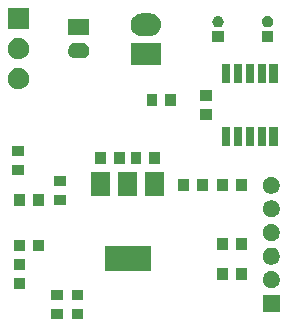
<source format=gts>
G04 #@! TF.GenerationSoftware,KiCad,Pcbnew,(5.1.6)-1*
G04 #@! TF.CreationDate,2020-09-12T19:57:54+12:00*
G04 #@! TF.ProjectId,ESPAnt,45535041-6e74-42e6-9b69-6361645f7063,rev?*
G04 #@! TF.SameCoordinates,PX42c1d80PY8f0d180*
G04 #@! TF.FileFunction,Soldermask,Top*
G04 #@! TF.FilePolarity,Negative*
%FSLAX46Y46*%
G04 Gerber Fmt 4.6, Leading zero omitted, Abs format (unit mm)*
G04 Created by KiCad (PCBNEW (5.1.6)-1) date 2020-09-12 19:57:54*
%MOMM*%
%LPD*%
G01*
G04 APERTURE LIST*
%ADD10C,0.150000*%
G04 APERTURE END LIST*
D10*
G36*
X9601000Y7449000D02*
G01*
X8599000Y7449000D01*
X8599000Y8351000D01*
X9601000Y8351000D01*
X9601000Y7449000D01*
G37*
G36*
X7901000Y7449000D02*
G01*
X6899000Y7449000D01*
X6899000Y8351000D01*
X7901000Y8351000D01*
X7901000Y7449000D01*
G37*
G36*
X26226000Y8074000D02*
G01*
X24774000Y8074000D01*
X24774000Y9526000D01*
X26226000Y9526000D01*
X26226000Y8074000D01*
G37*
G36*
X9601000Y9049000D02*
G01*
X8599000Y9049000D01*
X8599000Y9951000D01*
X9601000Y9951000D01*
X9601000Y9049000D01*
G37*
G36*
X7901000Y9049000D02*
G01*
X6899000Y9049000D01*
X6899000Y9951000D01*
X7901000Y9951000D01*
X7901000Y9049000D01*
G37*
G36*
X4701000Y10049000D02*
G01*
X3699000Y10049000D01*
X3699000Y10951000D01*
X4701000Y10951000D01*
X4701000Y10049000D01*
G37*
G36*
X25711766Y11498101D02*
G01*
X25843888Y11443374D01*
X25843890Y11443373D01*
X25962798Y11363921D01*
X26063921Y11262798D01*
X26063922Y11262796D01*
X26143374Y11143888D01*
X26198101Y11011766D01*
X26226000Y10871506D01*
X26226000Y10728494D01*
X26198101Y10588234D01*
X26143374Y10456112D01*
X26143373Y10456110D01*
X26063921Y10337202D01*
X25962798Y10236079D01*
X25843890Y10156627D01*
X25843889Y10156626D01*
X25843888Y10156626D01*
X25711766Y10101899D01*
X25571506Y10074000D01*
X25428494Y10074000D01*
X25288234Y10101899D01*
X25156112Y10156626D01*
X25156111Y10156626D01*
X25156110Y10156627D01*
X25037202Y10236079D01*
X24936079Y10337202D01*
X24856627Y10456110D01*
X24856626Y10456112D01*
X24801899Y10588234D01*
X24774000Y10728494D01*
X24774000Y10871506D01*
X24801899Y11011766D01*
X24856626Y11143888D01*
X24936078Y11262796D01*
X24936079Y11262798D01*
X25037202Y11363921D01*
X25156110Y11443373D01*
X25156112Y11443374D01*
X25288234Y11498101D01*
X25428494Y11526000D01*
X25571506Y11526000D01*
X25711766Y11498101D01*
G37*
G36*
X21851000Y10799000D02*
G01*
X20949000Y10799000D01*
X20949000Y11801000D01*
X21851000Y11801000D01*
X21851000Y10799000D01*
G37*
G36*
X23451000Y10799000D02*
G01*
X22549000Y10799000D01*
X22549000Y11801000D01*
X23451000Y11801000D01*
X23451000Y10799000D01*
G37*
G36*
X15301000Y11549000D02*
G01*
X11399000Y11549000D01*
X11399000Y13651000D01*
X15301000Y13651000D01*
X15301000Y11549000D01*
G37*
G36*
X4701000Y11649000D02*
G01*
X3699000Y11649000D01*
X3699000Y12551000D01*
X4701000Y12551000D01*
X4701000Y11649000D01*
G37*
G36*
X25711766Y13498101D02*
G01*
X25843888Y13443374D01*
X25843890Y13443373D01*
X25962798Y13363921D01*
X26063921Y13262798D01*
X26143373Y13143890D01*
X26143374Y13143888D01*
X26198101Y13011766D01*
X26226000Y12871506D01*
X26226000Y12728494D01*
X26198101Y12588234D01*
X26143374Y12456112D01*
X26143373Y12456110D01*
X26063921Y12337202D01*
X25962798Y12236079D01*
X25843890Y12156627D01*
X25843889Y12156626D01*
X25843888Y12156626D01*
X25711766Y12101899D01*
X25571506Y12074000D01*
X25428494Y12074000D01*
X25288234Y12101899D01*
X25156112Y12156626D01*
X25156111Y12156626D01*
X25156110Y12156627D01*
X25037202Y12236079D01*
X24936079Y12337202D01*
X24856627Y12456110D01*
X24856626Y12456112D01*
X24801899Y12588234D01*
X24774000Y12728494D01*
X24774000Y12871506D01*
X24801899Y13011766D01*
X24856626Y13143888D01*
X24856627Y13143890D01*
X24936079Y13262798D01*
X25037202Y13363921D01*
X25156110Y13443373D01*
X25156112Y13443374D01*
X25288234Y13498101D01*
X25428494Y13526000D01*
X25571506Y13526000D01*
X25711766Y13498101D01*
G37*
G36*
X6251000Y13199000D02*
G01*
X5349000Y13199000D01*
X5349000Y14201000D01*
X6251000Y14201000D01*
X6251000Y13199000D01*
G37*
G36*
X4651000Y13199000D02*
G01*
X3749000Y13199000D01*
X3749000Y14201000D01*
X4651000Y14201000D01*
X4651000Y13199000D01*
G37*
G36*
X23451000Y13299000D02*
G01*
X22549000Y13299000D01*
X22549000Y14301000D01*
X23451000Y14301000D01*
X23451000Y13299000D01*
G37*
G36*
X21851000Y13299000D02*
G01*
X20949000Y13299000D01*
X20949000Y14301000D01*
X21851000Y14301000D01*
X21851000Y13299000D01*
G37*
G36*
X25711766Y15498101D02*
G01*
X25843888Y15443374D01*
X25843890Y15443373D01*
X25962798Y15363921D01*
X26063921Y15262798D01*
X26063922Y15262796D01*
X26143374Y15143888D01*
X26198101Y15011766D01*
X26226000Y14871506D01*
X26226000Y14728494D01*
X26198101Y14588234D01*
X26143374Y14456112D01*
X26143373Y14456110D01*
X26063921Y14337202D01*
X25962798Y14236079D01*
X25843890Y14156627D01*
X25843889Y14156626D01*
X25843888Y14156626D01*
X25711766Y14101899D01*
X25571506Y14074000D01*
X25428494Y14074000D01*
X25288234Y14101899D01*
X25156112Y14156626D01*
X25156111Y14156626D01*
X25156110Y14156627D01*
X25037202Y14236079D01*
X24936079Y14337202D01*
X24856627Y14456110D01*
X24856626Y14456112D01*
X24801899Y14588234D01*
X24774000Y14728494D01*
X24774000Y14871506D01*
X24801899Y15011766D01*
X24856626Y15143888D01*
X24936078Y15262796D01*
X24936079Y15262798D01*
X25037202Y15363921D01*
X25156110Y15443373D01*
X25156112Y15443374D01*
X25288234Y15498101D01*
X25428494Y15526000D01*
X25571506Y15526000D01*
X25711766Y15498101D01*
G37*
G36*
X25711766Y17498101D02*
G01*
X25843888Y17443374D01*
X25843890Y17443373D01*
X25962798Y17363921D01*
X26063921Y17262798D01*
X26063922Y17262796D01*
X26143374Y17143888D01*
X26198101Y17011766D01*
X26226000Y16871506D01*
X26226000Y16728494D01*
X26198101Y16588234D01*
X26143374Y16456112D01*
X26143373Y16456110D01*
X26063921Y16337202D01*
X25962798Y16236079D01*
X25843890Y16156627D01*
X25843889Y16156626D01*
X25843888Y16156626D01*
X25711766Y16101899D01*
X25571506Y16074000D01*
X25428494Y16074000D01*
X25288234Y16101899D01*
X25156112Y16156626D01*
X25156111Y16156626D01*
X25156110Y16156627D01*
X25037202Y16236079D01*
X24936079Y16337202D01*
X24856627Y16456110D01*
X24856626Y16456112D01*
X24801899Y16588234D01*
X24774000Y16728494D01*
X24774000Y16871506D01*
X24801899Y17011766D01*
X24856626Y17143888D01*
X24936078Y17262796D01*
X24936079Y17262798D01*
X25037202Y17363921D01*
X25156110Y17443373D01*
X25156112Y17443374D01*
X25288234Y17498101D01*
X25428494Y17526000D01*
X25571506Y17526000D01*
X25711766Y17498101D01*
G37*
G36*
X4651000Y17049000D02*
G01*
X3749000Y17049000D01*
X3749000Y18051000D01*
X4651000Y18051000D01*
X4651000Y17049000D01*
G37*
G36*
X6251000Y17049000D02*
G01*
X5349000Y17049000D01*
X5349000Y18051000D01*
X6251000Y18051000D01*
X6251000Y17049000D01*
G37*
G36*
X8101000Y17099000D02*
G01*
X7099000Y17099000D01*
X7099000Y18001000D01*
X8101000Y18001000D01*
X8101000Y17099000D01*
G37*
G36*
X16451000Y17849000D02*
G01*
X14849000Y17849000D01*
X14849000Y19951000D01*
X16451000Y19951000D01*
X16451000Y17849000D01*
G37*
G36*
X14151000Y17849000D02*
G01*
X12549000Y17849000D01*
X12549000Y19951000D01*
X14151000Y19951000D01*
X14151000Y17849000D01*
G37*
G36*
X11851000Y17849000D02*
G01*
X10249000Y17849000D01*
X10249000Y19951000D01*
X11851000Y19951000D01*
X11851000Y17849000D01*
G37*
G36*
X25711766Y19498101D02*
G01*
X25843888Y19443374D01*
X25843890Y19443373D01*
X25962798Y19363921D01*
X26063921Y19262798D01*
X26063922Y19262796D01*
X26143374Y19143888D01*
X26198101Y19011766D01*
X26226000Y18871506D01*
X26226000Y18728494D01*
X26198101Y18588234D01*
X26143374Y18456112D01*
X26143373Y18456110D01*
X26063921Y18337202D01*
X25962798Y18236079D01*
X25843890Y18156627D01*
X25843889Y18156626D01*
X25843888Y18156626D01*
X25711766Y18101899D01*
X25571506Y18074000D01*
X25428494Y18074000D01*
X25288234Y18101899D01*
X25156112Y18156626D01*
X25156111Y18156626D01*
X25156110Y18156627D01*
X25037202Y18236079D01*
X24936079Y18337202D01*
X24856627Y18456110D01*
X24856626Y18456112D01*
X24801899Y18588234D01*
X24774000Y18728494D01*
X24774000Y18871506D01*
X24801899Y19011766D01*
X24856626Y19143888D01*
X24936078Y19262796D01*
X24936079Y19262798D01*
X25037202Y19363921D01*
X25156110Y19443373D01*
X25156112Y19443374D01*
X25288234Y19498101D01*
X25428494Y19526000D01*
X25571506Y19526000D01*
X25711766Y19498101D01*
G37*
G36*
X21851000Y18299000D02*
G01*
X20949000Y18299000D01*
X20949000Y19301000D01*
X21851000Y19301000D01*
X21851000Y18299000D01*
G37*
G36*
X20151000Y18299000D02*
G01*
X19249000Y18299000D01*
X19249000Y19301000D01*
X20151000Y19301000D01*
X20151000Y18299000D01*
G37*
G36*
X18551000Y18299000D02*
G01*
X17649000Y18299000D01*
X17649000Y19301000D01*
X18551000Y19301000D01*
X18551000Y18299000D01*
G37*
G36*
X23451000Y18299000D02*
G01*
X22549000Y18299000D01*
X22549000Y19301000D01*
X23451000Y19301000D01*
X23451000Y18299000D01*
G37*
G36*
X8101000Y18699000D02*
G01*
X7099000Y18699000D01*
X7099000Y19601000D01*
X8101000Y19601000D01*
X8101000Y18699000D01*
G37*
G36*
X4601000Y19649000D02*
G01*
X3599000Y19649000D01*
X3599000Y20551000D01*
X4601000Y20551000D01*
X4601000Y19649000D01*
G37*
G36*
X11501000Y20599000D02*
G01*
X10599000Y20599000D01*
X10599000Y21601000D01*
X11501000Y21601000D01*
X11501000Y20599000D01*
G37*
G36*
X13101000Y20599000D02*
G01*
X12199000Y20599000D01*
X12199000Y21601000D01*
X13101000Y21601000D01*
X13101000Y20599000D01*
G37*
G36*
X14501000Y20599000D02*
G01*
X13599000Y20599000D01*
X13599000Y21601000D01*
X14501000Y21601000D01*
X14501000Y20599000D01*
G37*
G36*
X16101000Y20599000D02*
G01*
X15199000Y20599000D01*
X15199000Y21601000D01*
X16101000Y21601000D01*
X16101000Y20599000D01*
G37*
G36*
X4601000Y21249000D02*
G01*
X3599000Y21249000D01*
X3599000Y22151000D01*
X4601000Y22151000D01*
X4601000Y21249000D01*
G37*
G36*
X25051000Y22139000D02*
G01*
X24349000Y22139000D01*
X24349000Y23741000D01*
X25051000Y23741000D01*
X25051000Y22139000D01*
G37*
G36*
X24051000Y22139000D02*
G01*
X23349000Y22139000D01*
X23349000Y23741000D01*
X24051000Y23741000D01*
X24051000Y22139000D01*
G37*
G36*
X23051000Y22139000D02*
G01*
X22349000Y22139000D01*
X22349000Y23741000D01*
X23051000Y23741000D01*
X23051000Y22139000D01*
G37*
G36*
X22051000Y22139000D02*
G01*
X21349000Y22139000D01*
X21349000Y23741000D01*
X22051000Y23741000D01*
X22051000Y22139000D01*
G37*
G36*
X26051000Y22139000D02*
G01*
X25349000Y22139000D01*
X25349000Y23741000D01*
X26051000Y23741000D01*
X26051000Y22139000D01*
G37*
G36*
X20501000Y24349000D02*
G01*
X19499000Y24349000D01*
X19499000Y25251000D01*
X20501000Y25251000D01*
X20501000Y24349000D01*
G37*
G36*
X17451000Y25549000D02*
G01*
X16549000Y25549000D01*
X16549000Y26551000D01*
X17451000Y26551000D01*
X17451000Y25549000D01*
G37*
G36*
X15851000Y25549000D02*
G01*
X14949000Y25549000D01*
X14949000Y26551000D01*
X15851000Y26551000D01*
X15851000Y25549000D01*
G37*
G36*
X20501000Y25949000D02*
G01*
X19499000Y25949000D01*
X19499000Y26851000D01*
X20501000Y26851000D01*
X20501000Y25949000D01*
G37*
G36*
X4213512Y28716073D02*
G01*
X4362812Y28686376D01*
X4526784Y28618456D01*
X4674354Y28519853D01*
X4799853Y28394354D01*
X4898456Y28246784D01*
X4966376Y28082812D01*
X5001000Y27908741D01*
X5001000Y27731259D01*
X4966376Y27557188D01*
X4898456Y27393216D01*
X4799853Y27245646D01*
X4674354Y27120147D01*
X4526784Y27021544D01*
X4362812Y26953624D01*
X4213512Y26923927D01*
X4188742Y26919000D01*
X4011258Y26919000D01*
X3986488Y26923927D01*
X3837188Y26953624D01*
X3673216Y27021544D01*
X3525646Y27120147D01*
X3400147Y27245646D01*
X3301544Y27393216D01*
X3233624Y27557188D01*
X3199000Y27731259D01*
X3199000Y27908741D01*
X3233624Y28082812D01*
X3301544Y28246784D01*
X3400147Y28394354D01*
X3525646Y28519853D01*
X3673216Y28618456D01*
X3837188Y28686376D01*
X3986488Y28716073D01*
X4011258Y28721000D01*
X4188742Y28721000D01*
X4213512Y28716073D01*
G37*
G36*
X26051000Y27459000D02*
G01*
X25349000Y27459000D01*
X25349000Y29061000D01*
X26051000Y29061000D01*
X26051000Y27459000D01*
G37*
G36*
X22051000Y27459000D02*
G01*
X21349000Y27459000D01*
X21349000Y29061000D01*
X22051000Y29061000D01*
X22051000Y27459000D01*
G37*
G36*
X23051000Y27459000D02*
G01*
X22349000Y27459000D01*
X22349000Y29061000D01*
X23051000Y29061000D01*
X23051000Y27459000D01*
G37*
G36*
X24051000Y27459000D02*
G01*
X23349000Y27459000D01*
X23349000Y29061000D01*
X24051000Y29061000D01*
X24051000Y27459000D01*
G37*
G36*
X25051000Y27459000D02*
G01*
X24349000Y27459000D01*
X24349000Y29061000D01*
X25051000Y29061000D01*
X25051000Y27459000D01*
G37*
G36*
X16201000Y28949000D02*
G01*
X13599000Y28949000D01*
X13599000Y30851000D01*
X16201000Y30851000D01*
X16201000Y28949000D01*
G37*
G36*
X4213512Y31256073D02*
G01*
X4362812Y31226376D01*
X4526784Y31158456D01*
X4674354Y31059853D01*
X4799853Y30934354D01*
X4898456Y30786784D01*
X4966376Y30622812D01*
X5001000Y30448741D01*
X5001000Y30271259D01*
X4966376Y30097188D01*
X4898456Y29933216D01*
X4799853Y29785646D01*
X4674354Y29660147D01*
X4526784Y29561544D01*
X4362812Y29493624D01*
X4213512Y29463927D01*
X4188742Y29459000D01*
X4011258Y29459000D01*
X3986488Y29463927D01*
X3837188Y29493624D01*
X3673216Y29561544D01*
X3525646Y29660147D01*
X3400147Y29785646D01*
X3301544Y29933216D01*
X3233624Y30097188D01*
X3199000Y30271259D01*
X3199000Y30448741D01*
X3233624Y30622812D01*
X3301544Y30786784D01*
X3400147Y30934354D01*
X3525646Y31059853D01*
X3673216Y31158456D01*
X3837188Y31226376D01*
X3986488Y31256073D01*
X4011258Y31261000D01*
X4188742Y31261000D01*
X4213512Y31256073D01*
G37*
G36*
X9513855Y30847860D02*
G01*
X9577618Y30841580D01*
X9668404Y30814040D01*
X9700336Y30804354D01*
X9813425Y30743906D01*
X9912554Y30662554D01*
X9993906Y30563425D01*
X10054354Y30450336D01*
X10054838Y30448741D01*
X10091580Y30327618D01*
X10104149Y30200000D01*
X10091580Y30072382D01*
X10064040Y29981596D01*
X10054354Y29949664D01*
X9993906Y29836575D01*
X9912554Y29737446D01*
X9813425Y29656094D01*
X9700336Y29595646D01*
X9668404Y29585960D01*
X9577618Y29558420D01*
X9513855Y29552140D01*
X9481974Y29549000D01*
X8918026Y29549000D01*
X8886145Y29552140D01*
X8822382Y29558420D01*
X8731596Y29585960D01*
X8699664Y29595646D01*
X8586575Y29656094D01*
X8487446Y29737446D01*
X8406094Y29836575D01*
X8345646Y29949664D01*
X8335960Y29981596D01*
X8308420Y30072382D01*
X8295851Y30200000D01*
X8308420Y30327618D01*
X8345162Y30448741D01*
X8345646Y30450336D01*
X8406094Y30563425D01*
X8487446Y30662554D01*
X8586575Y30743906D01*
X8699664Y30804354D01*
X8731596Y30814040D01*
X8822382Y30841580D01*
X8886145Y30847860D01*
X8918026Y30851000D01*
X9481974Y30851000D01*
X9513855Y30847860D01*
G37*
G36*
X21476000Y30924000D02*
G01*
X20524000Y30924000D01*
X20524000Y31876000D01*
X21476000Y31876000D01*
X21476000Y30924000D01*
G37*
G36*
X25676000Y30924000D02*
G01*
X24724000Y30924000D01*
X24724000Y31876000D01*
X25676000Y31876000D01*
X25676000Y30924000D01*
G37*
G36*
X15436425Y33337240D02*
G01*
X15436428Y33337239D01*
X15436429Y33337239D01*
X15615693Y33282860D01*
X15615696Y33282858D01*
X15615697Y33282858D01*
X15780903Y33194554D01*
X15925712Y33075712D01*
X16044554Y32930903D01*
X16120486Y32788843D01*
X16132860Y32765693D01*
X16187239Y32586429D01*
X16187240Y32586425D01*
X16205601Y32400000D01*
X16187240Y32213575D01*
X16187239Y32213572D01*
X16187239Y32213571D01*
X16132860Y32034307D01*
X16132858Y32034304D01*
X16132858Y32034303D01*
X16044554Y31869097D01*
X15925712Y31724288D01*
X15780903Y31605446D01*
X15675299Y31549000D01*
X15615693Y31517140D01*
X15436429Y31462761D01*
X15436428Y31462761D01*
X15436425Y31462760D01*
X15296718Y31449000D01*
X14503282Y31449000D01*
X14363575Y31462760D01*
X14363572Y31462761D01*
X14363571Y31462761D01*
X14184307Y31517140D01*
X14124701Y31549000D01*
X14019097Y31605446D01*
X13874288Y31724288D01*
X13755446Y31869097D01*
X13667142Y32034303D01*
X13667142Y32034304D01*
X13667140Y32034307D01*
X13612761Y32213571D01*
X13612761Y32213572D01*
X13612760Y32213575D01*
X13594399Y32400000D01*
X13612760Y32586425D01*
X13612761Y32586429D01*
X13667140Y32765693D01*
X13679514Y32788843D01*
X13755446Y32930903D01*
X13874288Y33075712D01*
X14019097Y33194554D01*
X14184303Y33282858D01*
X14184304Y33282858D01*
X14184307Y33282860D01*
X14363571Y33337239D01*
X14363572Y33337239D01*
X14363575Y33337240D01*
X14503282Y33351000D01*
X15296718Y33351000D01*
X15436425Y33337240D01*
G37*
G36*
X10101000Y31549000D02*
G01*
X8299000Y31549000D01*
X8299000Y32851000D01*
X10101000Y32851000D01*
X10101000Y31549000D01*
G37*
G36*
X5001000Y31999000D02*
G01*
X3199000Y31999000D01*
X3199000Y33801000D01*
X5001000Y33801000D01*
X5001000Y31999000D01*
G37*
G36*
X25338843Y33107708D02*
G01*
X25389588Y33086689D01*
X25425470Y33071826D01*
X25503432Y33019733D01*
X25569733Y32953432D01*
X25621826Y32875470D01*
X25636689Y32839588D01*
X25657708Y32788843D01*
X25676000Y32696883D01*
X25676000Y32603117D01*
X25657708Y32511157D01*
X25636689Y32460412D01*
X25621826Y32424530D01*
X25569733Y32346568D01*
X25503432Y32280267D01*
X25425470Y32228174D01*
X25390224Y32213575D01*
X25338843Y32192292D01*
X25246883Y32174000D01*
X25153117Y32174000D01*
X25061157Y32192292D01*
X25009776Y32213575D01*
X24974530Y32228174D01*
X24896568Y32280267D01*
X24830267Y32346568D01*
X24778174Y32424530D01*
X24763311Y32460412D01*
X24742292Y32511157D01*
X24724000Y32603117D01*
X24724000Y32696883D01*
X24742292Y32788843D01*
X24763311Y32839588D01*
X24778174Y32875470D01*
X24830267Y32953432D01*
X24896568Y33019733D01*
X24974530Y33071826D01*
X25010412Y33086689D01*
X25061157Y33107708D01*
X25153117Y33126000D01*
X25246883Y33126000D01*
X25338843Y33107708D01*
G37*
G36*
X21138843Y33107708D02*
G01*
X21189588Y33086689D01*
X21225470Y33071826D01*
X21303432Y33019733D01*
X21369733Y32953432D01*
X21421826Y32875470D01*
X21436689Y32839588D01*
X21457708Y32788843D01*
X21476000Y32696883D01*
X21476000Y32603117D01*
X21457708Y32511157D01*
X21436689Y32460412D01*
X21421826Y32424530D01*
X21369733Y32346568D01*
X21303432Y32280267D01*
X21225470Y32228174D01*
X21190224Y32213575D01*
X21138843Y32192292D01*
X21046883Y32174000D01*
X20953117Y32174000D01*
X20861157Y32192292D01*
X20809776Y32213575D01*
X20774530Y32228174D01*
X20696568Y32280267D01*
X20630267Y32346568D01*
X20578174Y32424530D01*
X20563311Y32460412D01*
X20542292Y32511157D01*
X20524000Y32603117D01*
X20524000Y32696883D01*
X20542292Y32788843D01*
X20563311Y32839588D01*
X20578174Y32875470D01*
X20630267Y32953432D01*
X20696568Y33019733D01*
X20774530Y33071826D01*
X20810412Y33086689D01*
X20861157Y33107708D01*
X20953117Y33126000D01*
X21046883Y33126000D01*
X21138843Y33107708D01*
G37*
M02*

</source>
